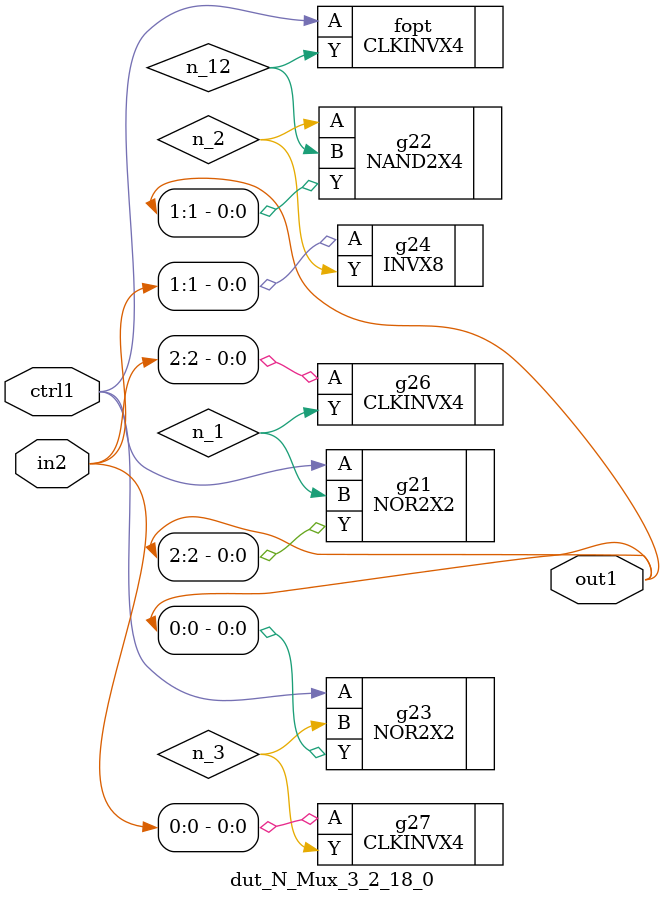
<source format=v>
`timescale 1ps / 1ps


module dut_N_Mux_3_2_18_0(in2, ctrl1, out1);
  input [2:0] in2;
  input ctrl1;
  output [2:0] out1;
  wire [2:0] in2;
  wire ctrl1;
  wire [2:0] out1;
  wire n_1, n_2, n_3, n_12;
  NOR2X2 g21(.A (ctrl1), .B (n_1), .Y (out1[2]));
  NAND2X4 g22(.A (n_2), .B (n_12), .Y (out1[1]));
  NOR2X2 g23(.A (ctrl1), .B (n_3), .Y (out1[0]));
  CLKINVX4 g27(.A (in2[0]), .Y (n_3));
  INVX8 g24(.A (in2[1]), .Y (n_2));
  CLKINVX4 g26(.A (in2[2]), .Y (n_1));
  CLKINVX4 fopt(.A (ctrl1), .Y (n_12));
endmodule


</source>
